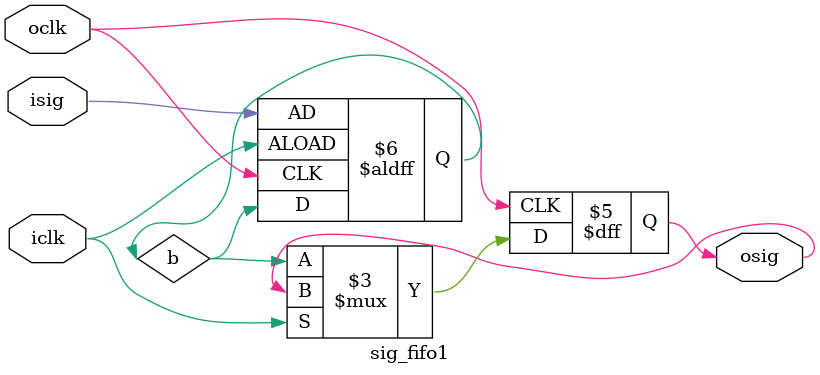
<source format=v>

module counter (
    input wire clk,
    input wire rst,
    output reg [(WIDTH-1):0] cnt
);
    parameter WIDTH = 32;

    always @(posedge clk) begin
        if (rst)
            cnt <= 0;
        else
            cnt <= cnt + 1;
    end
endmodule

module sig_fifo1 (
    input wire iclk,
    input wire oclk,
    input wire isig,
    output reg osig
);
    reg b = 0;

    always @(posedge iclk, posedge oclk) begin
        if (iclk)
            b <= isig;
        else if (oclk)
            osig <= b;
    end
        
endmodule

</source>
